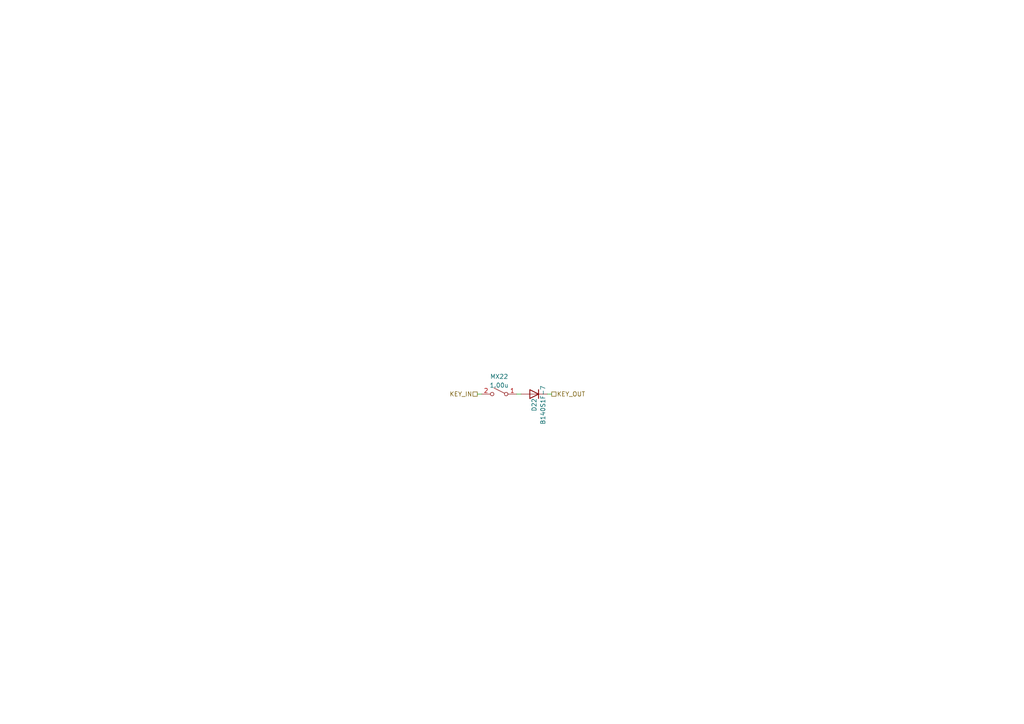
<source format=kicad_sch>
(kicad_sch (version 20250114) (generator "eeschema") (generator_version "9.0")
  (paper "A4")
  (lib_symbols
    (symbol "keyboard:diode" (pin_numbers (hide yes)) (pin_names (hide yes))
      (property "Reference" "D" (at 0 2.54 0))
      (property "Value" "1N4148" (at 0 -2.54 0))
      (symbol "diode_0_1"
        (polyline (pts (xy -1.27 1.27) (xy -1.27 -1.27)) (stroke (width 0.254)))
        (polyline (pts (xy 1.27 1.27) (xy 1.27 -1.27) (xy -1.27 0) (xy 1.27 1.27)) (stroke (width 0.254)))
        (polyline (pts (xy 1.27 0) (xy -1.27 0)))
      )
      (symbol "diode_1_1"
        (pin passive line (at -3.81 0 0) (length 2.54) (name "K") (number "1"))
        (pin passive line (at 3.81 0 180) (length 2.54) (name "A") (number "2"))
      )
    )
    (symbol "keyboard:switch" (pin_names (offset 0) (hide yes))
      (property "Reference" "MX103" (at 0 5.08 0))
      (property "Value" "1.00u" (at 0 2.54 0))
      (symbol "switch_0_0"
        (circle (center -2.032 0) (radius 0.508))
        (polyline (pts (xy -1.524 0.254) (xy 1.524 1.778)))
        (circle (center 2.032 0) (radius 0.508))
      )
      (symbol "switch_1_1"
        (pin passive line (at -5.08 0 0) (length 2.54) (name "A") (number "1"))
        (pin passive line (at 5.08 0 180) (length 2.54) (name "B") (number "2"))
      )
    )
  )
  (wire (pts (xy 158.75 114.3) (xy 160.02 114.3)))
  (wire (pts (xy 138.43 114.3) (xy 139.7 114.3)))
  (wire (pts (xy 151.13 114.3) (xy 149.86 114.3)))
  (hierarchical_label "KEY_OUT" (shape passive) (at 160.02 114.3 0))
  (hierarchical_label "KEY_IN" (shape passive) (at 138.43 114.3 180))
  (symbol (lib_id "keyboard:switch") (at 144.78 114.3 0) (mirror y) (unit 1)
    (property "Reference" "MX10" (at 144.78 109.22 0))
    (property "Value" "1.00u" (at 144.78 111.76 0))
    (property "Footprint" "key-switches:SW_Gateron_LowProfile_HotSwap_PTH" (effects (hide yes)))
    (instances (project "zmk-g915" (path "" (reference "MX22") (unit 1)) (path "" (reference "MX36") (unit 1)) (path "" (reference "MX83") (unit 1)) (path "" (reference "MX71") (unit 1)) (path "" (reference "MX84") (unit 1)) (path "" (reference "MX69") (unit 1)) (path "" (reference "MX30") (unit 1)) (path "" (reference "MX102") (unit 1)) (path "" (reference "MX34") (unit 1)) (path "" (reference "MX41") (unit 1)) (path "" (reference "MX59") (unit 1)) (path "" (reference "MX111") (unit 1)) (path "" (reference "MX75") (unit 1)) (path "" (reference "MX11") (unit 1)) (path "" (reference "MX23") (unit 1)) (path "" (reference "MX94") (unit 1)) (path "" (reference "MX45") (unit 1)) (path "" (reference "MX46") (unit 1)) (path "" (reference "MX82") (unit 1)) (path "" (reference "MX53") (unit 1)) (path "" (reference "MX93") (unit 1)) (path "" (reference "MX81") (unit 1)) (path "" (reference "MX28") (unit 1)) (path "" (reference "MX19") (unit 1)) (path "" (reference "MX89") (unit 1)) (path "" (reference "MX78") (unit 1)) (path "" (reference "MX123") (unit 1)) (path "" (reference "MX58") (unit 1)) (path "" (reference "MX31") (unit 1)) (path "" (reference "MX66") (unit 1)) (path "" (reference "MX67") (unit 1)) (path "" (reference "MX80") (unit 1)) (path "" (reference "MX104") (unit 1)) (path "" (reference "MX42") (unit 1)) (path "" (reference "MX108") (unit 1)) (path "" (reference "MX98") (unit 1)) (path "" (reference "MX21") (unit 1)) (path "" (reference "MX57") (unit 1)) (path "" (reference "MX90") (unit 1)) (path "" (reference "MX62") (unit 1)) (path "" (reference "MX14") (unit 1)) (path "" (reference "MX101") (unit 1)) (path "" (reference "MX122") (unit 1)) (path "" (reference "MX20") (unit 1)) (path "" (reference "MX49") (unit 1)) (path "" (reference "MX109") (unit 1)) (path "" (reference "MX44") (unit 1)) (path "" (reference "MX64") (unit 1)) (path "" (reference "MX86") (unit 1)) (path "" (reference "MX106") (unit 1)) (path "" (reference "MX29") (unit 1)) (path "" (reference "MX17") (unit 1)) (path "" (reference "MX47") (unit 1)) (path "" (reference "MX32") (unit 1)) (path "" (reference "MX110") (unit 1)) (path "" (reference "MX25") (unit 1)) (path "" (reference "MX72") (unit 1)) (path "" (reference "MX79") (unit 1)) (path "" (reference "MX112") (unit 1)) (path "" (reference "MX105") (unit 1)) (path "" (reference "MX121") (unit 1)) (path "" (reference "MX65") (unit 1)) (path "" (reference "MX15") (unit 1)) (path "" (reference "MX38") (unit 1)) (path "" (reference "MX54") (unit 1)) (path "" (reference "MX70") (unit 1)) (path "" (reference "MX60") (unit 1)) (path "" (reference "MX74") (unit 1)) (path "" (reference "MX10") (unit 1)) (path "" (reference "MX50") (unit 1)) (path "" (reference "MX87") (unit 1)) (path "" (reference "MX118") (unit 1)) (path "" (reference "MX55") (unit 1)) (path "" (reference "MX119") (unit 1)) (path "" (reference "MX18") (unit 1)) (path "" (reference "MX52") (unit 1)) (path "" (reference "MX103") (unit 1)) (path "" (reference "MX48") (unit 1)) (path "" (reference "MX91") (unit 1)) (path "" (reference "MX24") (unit 1)) (path "" (reference "MX26") (unit 1)) (path "" (reference "MX63") (unit 1)) (path "" (reference "MX117") (unit 1)) (path "" (reference "MX95") (unit 1)) (path "" (reference "MX73") (unit 1)) (path "" (reference "MX76") (unit 1)) (path "" (reference "MX68") (unit 1)) (path "" (reference "MX13") (unit 1)) (path "" (reference "MX35") (unit 1)) (path "" (reference "MX33") (unit 1)) (path "" (reference "MX77") (unit 1)) (path "" (reference "MX107") (unit 1)) (path "" (reference "MX85") (unit 1)) (path "" (reference "MX39") (unit 1)) (path "" (reference "MX97") (unit 1)) (path "" (reference "MX37") (unit 1)) (path "" (reference "MX27") (unit 1)) (path "" (reference "MX40") (unit 1)) (path "" (reference "MX96") (unit 1)) (path "" (reference "MX16") (unit 1)) (path "" (reference "MX43") (unit 1)) (path "" (reference "MX99") (unit 1)) (path "" (reference "MX51") (unit 1)) (path "" (reference "MX88") (unit 1)) (path "" (reference "MX100") (unit 1)) (path "" (reference "MX61") (unit 1)) (path "" (reference "MX56") (unit 1)) (path "" (reference "MX120") (unit 1)) (path "" (reference "MX92") (unit 1))))
  )
  (symbol (lib_id "keyboard:diode") (at 154.94 114.3 180) (unit 1)
    (property "Reference" "D10" (at 154.94 119.38 90) (effects (justify right)))
    (property "Value" "B140S1F-7" (at 157.48 123.19 90) (effects (justify right)))
    (property "Footprint" "keyboard:D_SOD-123F" (effects (hide yes)))
    (property "Datasheet" "https://datasheet.lcsc.com/lcsc/1811061725_ST-Semtech-1N4148W_C81598.pdf" (effects (hide yes)))
    (property "PN" "1N4148W" (effects (hide yes)))
    (property "LCSC Part Number" "C81598" (effects (hide yes)))
    (property "LCSC link" "https://www.lcsc.com/product-detail/Switching-Diode_ST-Semtech-1N4148W_C81598.html" (effects (hide yes)))
    (instances (project "zmk-g915" (path "" (reference "D22") (unit 1)) (path "" (reference "D36") (unit 1)) (path "" (reference "D83") (unit 1)) (path "" (reference "D71") (unit 1)) (path "" (reference "D84") (unit 1)) (path "" (reference "D69") (unit 1)) (path "" (reference "D30") (unit 1)) (path "" (reference "D102") (unit 1)) (path "" (reference "D34") (unit 1)) (path "" (reference "D41") (unit 1)) (path "" (reference "D59") (unit 1)) (path "" (reference "D111") (unit 1)) (path "" (reference "D75") (unit 1)) (path "" (reference "D11") (unit 1)) (path "" (reference "D23") (unit 1)) (path "" (reference "D94") (unit 1)) (path "" (reference "D45") (unit 1)) (path "" (reference "D46") (unit 1)) (path "" (reference "D82") (unit 1)) (path "" (reference "D53") (unit 1)) (path "" (reference "D93") (unit 1)) (path "" (reference "D81") (unit 1)) (path "" (reference "D28") (unit 1)) (path "" (reference "D19") (unit 1)) (path "" (reference "D89") (unit 1)) (path "" (reference "D78") (unit 1)) (path "" (reference "D126") (unit 1)) (path "" (reference "D58") (unit 1)) (path "" (reference "D31") (unit 1)) (path "" (reference "D66") (unit 1)) (path "" (reference "D67") (unit 1)) (path "" (reference "D80") (unit 1)) (path "" (reference "D104") (unit 1)) (path "" (reference "D42") (unit 1)) (path "" (reference "D108") (unit 1)) (path "" (reference "D98") (unit 1)) (path "" (reference "D21") (unit 1)) (path "" (reference "D57") (unit 1)) (path "" (reference "D90") (unit 1)) (path "" (reference "D62") (unit 1)) (path "" (reference "D14") (unit 1)) (path "" (reference "D101") (unit 1)) (path "" (reference "D125") (unit 1)) (path "" (reference "D20") (unit 1)) (path "" (reference "D49") (unit 1)) (path "" (reference "D109") (unit 1)) (path "" (reference "D44") (unit 1)) (path "" (reference "D64") (unit 1)) (path "" (reference "D86") (unit 1)) (path "" (reference "D106") (unit 1)) (path "" (reference "D29") (unit 1)) (path "" (reference "D17") (unit 1)) (path "" (reference "D47") (unit 1)) (path "" (reference "D32") (unit 1)) (path "" (reference "D110") (unit 1)) (path "" (reference "D25") (unit 1)) (path "" (reference "D72") (unit 1)) (path "" (reference "D79") (unit 1)) (path "" (reference "D112") (unit 1)) (path "" (reference "D105") (unit 1)) (path "" (reference "D121") (unit 1)) (path "" (reference "D65") (unit 1)) (path "" (reference "D15") (unit 1)) (path "" (reference "D38") (unit 1)) (path "" (reference "D54") (unit 1)) (path "" (reference "D70") (unit 1)) (path "" (reference "D60") (unit 1)) (path "" (reference "D74") (unit 1)) (path "" (reference "D10") (unit 1)) (path "" (reference "D50") (unit 1)) (path "" (reference "D87") (unit 1)) (path "" (reference "D118") (unit 1)) (path "" (reference "D55") (unit 1)) (path "" (reference "D119") (unit 1)) (path "" (reference "D18") (unit 1)) (path "" (reference "D52") (unit 1)) (path "" (reference "D103") (unit 1)) (path "" (reference "D48") (unit 1)) (path "" (reference "D91") (unit 1)) (path "" (reference "D24") (unit 1)) (path "" (reference "D26") (unit 1)) (path "" (reference "D63") (unit 1)) (path "" (reference "D117") (unit 1)) (path "" (reference "D95") (unit 1)) (path "" (reference "D73") (unit 1)) (path "" (reference "D76") (unit 1)) (path "" (reference "D68") (unit 1)) (path "" (reference "D13") (unit 1)) (path "" (reference "D35") (unit 1)) (path "" (reference "D33") (unit 1)) (path "" (reference "D77") (unit 1)) (path "" (reference "D107") (unit 1)) (path "" (reference "D85") (unit 1)) (path "" (reference "D39") (unit 1)) (path "" (reference "D97") (unit 1)) (path "" (reference "D37") (unit 1)) (path "" (reference "D27") (unit 1)) (path "" (reference "D40") (unit 1)) (path "" (reference "D96") (unit 1)) (path "" (reference "D16") (unit 1)) (path "" (reference "D43") (unit 1)) (path "" (reference "D99") (unit 1)) (path "" (reference "D51") (unit 1)) (path "" (reference "D88") (unit 1)) (path "" (reference "D100") (unit 1)) (path "" (reference "D61") (unit 1)) (path "" (reference "D56") (unit 1)) (path "" (reference "D120") (unit 1)) (path "" (reference "D92") (unit 1))))
  )
)
</source>
